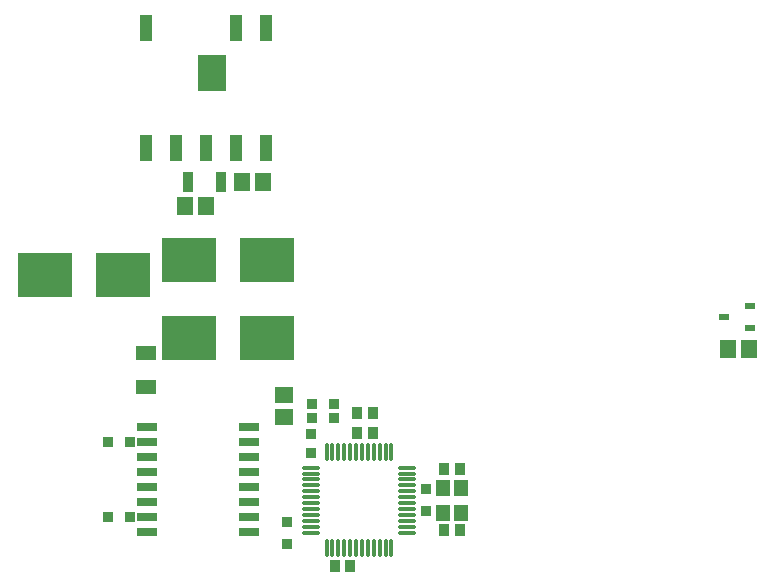
<source format=gtp>
G04*
G04 #@! TF.GenerationSoftware,Altium Limited,Altium Designer,20.1.12 (249)*
G04*
G04 Layer_Color=8421504*
%FSLAX25Y25*%
%MOIN*%
G70*
G04*
G04 #@! TF.SameCoordinates,4DEFB819-F1CA-47B0-AC9B-A980181B1EFC*
G04*
G04*
G04 #@! TF.FilePolarity,Positive*
G04*
G01*
G75*
%ADD19R,0.05906X0.05709*%
%ADD20R,0.03543X0.03937*%
%ADD21R,0.03228X0.03504*%
%ADD22R,0.03740X0.03543*%
%ADD23R,0.03543X0.03740*%
%ADD24R,0.07000X0.03000*%
%ADD25R,0.07087X0.05118*%
%ADD26R,0.05709X0.05906*%
G04:AMPARAMS|DCode=27|XSize=21.65mil|YSize=31.5mil|CornerRadius=1.95mil|HoleSize=0mil|Usage=FLASHONLY|Rotation=270.000|XOffset=0mil|YOffset=0mil|HoleType=Round|Shape=RoundedRectangle|*
%AMROUNDEDRECTD27*
21,1,0.02165,0.02760,0,0,270.0*
21,1,0.01776,0.03150,0,0,270.0*
1,1,0.00390,-0.01380,-0.00888*
1,1,0.00390,-0.01380,0.00888*
1,1,0.00390,0.01380,0.00888*
1,1,0.00390,0.01380,-0.00888*
%
%ADD27ROUNDEDRECTD27*%
%ADD28R,0.09449X0.12205*%
%ADD29R,0.18000X0.15000*%
%ADD30R,0.03740X0.06693*%
%ADD31R,0.04000X0.09000*%
%ADD32O,0.06299X0.01181*%
%ADD33O,0.01181X0.06299*%
%ADD34R,0.04724X0.05512*%
D19*
X215500Y205142D02*
D03*
Y197858D02*
D03*
D20*
X237657Y148000D02*
D03*
X232343D02*
D03*
X268843Y180500D02*
D03*
X274158D02*
D03*
Y160000D02*
D03*
X268843D02*
D03*
X239843Y199000D02*
D03*
X245158D02*
D03*
X239843Y192500D02*
D03*
X245158D02*
D03*
D21*
X224500Y185850D02*
D03*
Y192150D02*
D03*
D22*
X263000Y173642D02*
D03*
Y166358D02*
D03*
X216500Y162642D02*
D03*
Y155358D02*
D03*
D23*
X232142Y197500D02*
D03*
X224858D02*
D03*
X232142Y202000D02*
D03*
X224858D02*
D03*
X164142Y164500D02*
D03*
X156858D02*
D03*
X164142Y189500D02*
D03*
X156858D02*
D03*
D24*
X203750Y159500D02*
D03*
Y164500D02*
D03*
Y169500D02*
D03*
Y174500D02*
D03*
Y179500D02*
D03*
Y184500D02*
D03*
Y189500D02*
D03*
Y194500D02*
D03*
X170000Y159500D02*
D03*
Y164500D02*
D03*
Y169500D02*
D03*
Y174500D02*
D03*
Y179500D02*
D03*
Y184500D02*
D03*
Y189500D02*
D03*
Y194500D02*
D03*
D25*
X169500Y219209D02*
D03*
Y207791D02*
D03*
D26*
X363358Y220500D02*
D03*
X370642D02*
D03*
X201358Y276000D02*
D03*
X208642D02*
D03*
X189642Y268000D02*
D03*
X182358D02*
D03*
D27*
X362169Y231000D02*
D03*
X370831Y234740D02*
D03*
Y227260D02*
D03*
D28*
X191500Y312500D02*
D03*
D29*
X184000Y250000D02*
D03*
X210000D02*
D03*
X162000Y245000D02*
D03*
X136000D02*
D03*
X210000Y224000D02*
D03*
X184000D02*
D03*
D30*
X194512Y276000D02*
D03*
X183488D02*
D03*
D31*
X169500Y327500D02*
D03*
X199500D02*
D03*
X209500D02*
D03*
X189500Y287500D02*
D03*
X169500D02*
D03*
X179500D02*
D03*
X199500D02*
D03*
X209500D02*
D03*
D32*
X224555Y180827D02*
D03*
Y178858D02*
D03*
Y176890D02*
D03*
Y174921D02*
D03*
Y172953D02*
D03*
Y170984D02*
D03*
Y169016D02*
D03*
Y167047D02*
D03*
Y165079D02*
D03*
Y163110D02*
D03*
Y161142D02*
D03*
Y159173D02*
D03*
X256445D02*
D03*
Y161142D02*
D03*
Y163110D02*
D03*
Y165079D02*
D03*
Y167047D02*
D03*
Y169016D02*
D03*
Y170984D02*
D03*
Y172953D02*
D03*
Y174921D02*
D03*
Y176890D02*
D03*
Y178858D02*
D03*
Y180827D02*
D03*
D33*
X229673Y154055D02*
D03*
X231642D02*
D03*
X233610D02*
D03*
X235579D02*
D03*
X237547D02*
D03*
X239516D02*
D03*
X241484D02*
D03*
X243453D02*
D03*
X245421D02*
D03*
X247390D02*
D03*
X249358D02*
D03*
X251327D02*
D03*
Y185945D02*
D03*
X249358D02*
D03*
X247390D02*
D03*
X245421D02*
D03*
X243453D02*
D03*
X241484D02*
D03*
X239516D02*
D03*
X237547D02*
D03*
X235579D02*
D03*
X233610D02*
D03*
X231642D02*
D03*
X229673D02*
D03*
D34*
X274453Y165866D02*
D03*
X268547D02*
D03*
X274453Y174134D02*
D03*
X268547D02*
D03*
M02*

</source>
